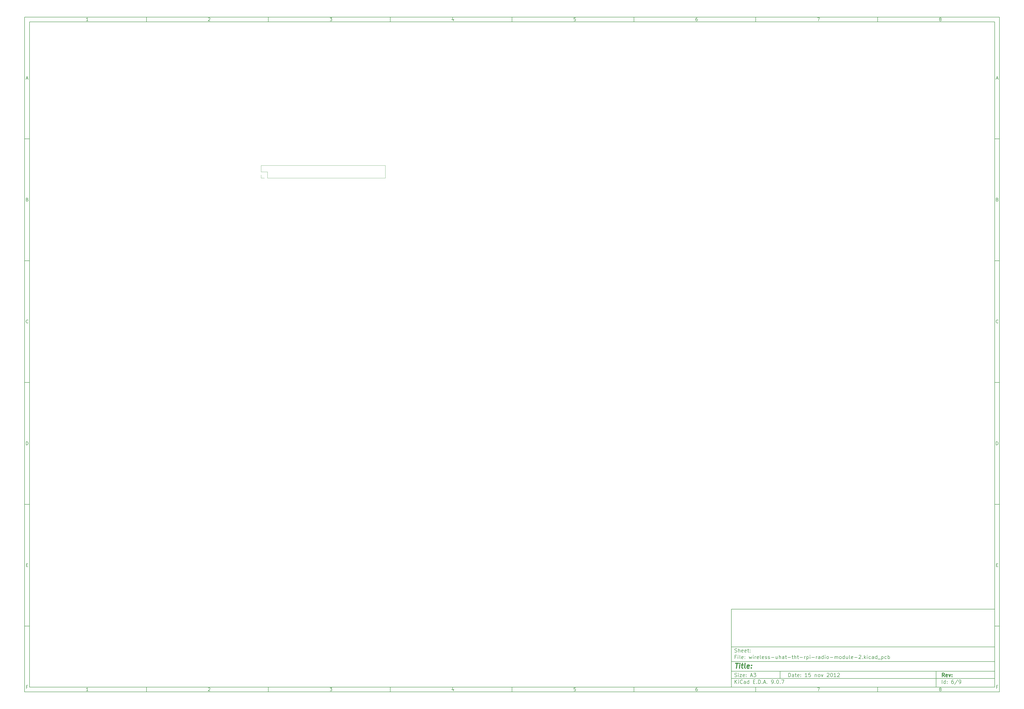
<source format=gbo>
G04 #@! TF.GenerationSoftware,KiCad,Pcbnew,9.0.7*
G04 #@! TF.CreationDate,2026-02-19T11:55:31-06:00*
G04 #@! TF.ProjectId,wireless-uhat-tht-rpi-radio-module-2,77697265-6c65-4737-932d-756861742d74,rev?*
G04 #@! TF.SameCoordinates,Original*
G04 #@! TF.FileFunction,Legend,Bot*
G04 #@! TF.FilePolarity,Positive*
%FSLAX46Y46*%
G04 Gerber Fmt 4.6, Leading zero omitted, Abs format (unit mm)*
G04 Created by KiCad (PCBNEW 9.0.7) date 2026-02-19 11:55:31*
%MOMM*%
%LPD*%
G01*
G04 APERTURE LIST*
%ADD10C,0.100000*%
%ADD11C,0.150000*%
%ADD12C,0.300000*%
%ADD13C,0.400000*%
%ADD14C,0.120000*%
G04 APERTURE END LIST*
D10*
D11*
X299989000Y-253002200D02*
X407989000Y-253002200D01*
X407989000Y-285002200D01*
X299989000Y-285002200D01*
X299989000Y-253002200D01*
D10*
D11*
X10000000Y-10000000D02*
X409989000Y-10000000D01*
X409989000Y-287002200D01*
X10000000Y-287002200D01*
X10000000Y-10000000D01*
D10*
D11*
X12000000Y-12000000D02*
X407989000Y-12000000D01*
X407989000Y-285002200D01*
X12000000Y-285002200D01*
X12000000Y-12000000D01*
D10*
D11*
X60000000Y-12000000D02*
X60000000Y-10000000D01*
D10*
D11*
X110000000Y-12000000D02*
X110000000Y-10000000D01*
D10*
D11*
X160000000Y-12000000D02*
X160000000Y-10000000D01*
D10*
D11*
X210000000Y-12000000D02*
X210000000Y-10000000D01*
D10*
D11*
X260000000Y-12000000D02*
X260000000Y-10000000D01*
D10*
D11*
X310000000Y-12000000D02*
X310000000Y-10000000D01*
D10*
D11*
X360000000Y-12000000D02*
X360000000Y-10000000D01*
D10*
D11*
X36089160Y-11593604D02*
X35346303Y-11593604D01*
X35717731Y-11593604D02*
X35717731Y-10293604D01*
X35717731Y-10293604D02*
X35593922Y-10479319D01*
X35593922Y-10479319D02*
X35470112Y-10603128D01*
X35470112Y-10603128D02*
X35346303Y-10665033D01*
D10*
D11*
X85346303Y-10417414D02*
X85408207Y-10355509D01*
X85408207Y-10355509D02*
X85532017Y-10293604D01*
X85532017Y-10293604D02*
X85841541Y-10293604D01*
X85841541Y-10293604D02*
X85965350Y-10355509D01*
X85965350Y-10355509D02*
X86027255Y-10417414D01*
X86027255Y-10417414D02*
X86089160Y-10541223D01*
X86089160Y-10541223D02*
X86089160Y-10665033D01*
X86089160Y-10665033D02*
X86027255Y-10850747D01*
X86027255Y-10850747D02*
X85284398Y-11593604D01*
X85284398Y-11593604D02*
X86089160Y-11593604D01*
D10*
D11*
X135284398Y-10293604D02*
X136089160Y-10293604D01*
X136089160Y-10293604D02*
X135655826Y-10788842D01*
X135655826Y-10788842D02*
X135841541Y-10788842D01*
X135841541Y-10788842D02*
X135965350Y-10850747D01*
X135965350Y-10850747D02*
X136027255Y-10912652D01*
X136027255Y-10912652D02*
X136089160Y-11036461D01*
X136089160Y-11036461D02*
X136089160Y-11345985D01*
X136089160Y-11345985D02*
X136027255Y-11469795D01*
X136027255Y-11469795D02*
X135965350Y-11531700D01*
X135965350Y-11531700D02*
X135841541Y-11593604D01*
X135841541Y-11593604D02*
X135470112Y-11593604D01*
X135470112Y-11593604D02*
X135346303Y-11531700D01*
X135346303Y-11531700D02*
X135284398Y-11469795D01*
D10*
D11*
X185965350Y-10726938D02*
X185965350Y-11593604D01*
X185655826Y-10231700D02*
X185346303Y-11160271D01*
X185346303Y-11160271D02*
X186151064Y-11160271D01*
D10*
D11*
X236027255Y-10293604D02*
X235408207Y-10293604D01*
X235408207Y-10293604D02*
X235346303Y-10912652D01*
X235346303Y-10912652D02*
X235408207Y-10850747D01*
X235408207Y-10850747D02*
X235532017Y-10788842D01*
X235532017Y-10788842D02*
X235841541Y-10788842D01*
X235841541Y-10788842D02*
X235965350Y-10850747D01*
X235965350Y-10850747D02*
X236027255Y-10912652D01*
X236027255Y-10912652D02*
X236089160Y-11036461D01*
X236089160Y-11036461D02*
X236089160Y-11345985D01*
X236089160Y-11345985D02*
X236027255Y-11469795D01*
X236027255Y-11469795D02*
X235965350Y-11531700D01*
X235965350Y-11531700D02*
X235841541Y-11593604D01*
X235841541Y-11593604D02*
X235532017Y-11593604D01*
X235532017Y-11593604D02*
X235408207Y-11531700D01*
X235408207Y-11531700D02*
X235346303Y-11469795D01*
D10*
D11*
X285965350Y-10293604D02*
X285717731Y-10293604D01*
X285717731Y-10293604D02*
X285593922Y-10355509D01*
X285593922Y-10355509D02*
X285532017Y-10417414D01*
X285532017Y-10417414D02*
X285408207Y-10603128D01*
X285408207Y-10603128D02*
X285346303Y-10850747D01*
X285346303Y-10850747D02*
X285346303Y-11345985D01*
X285346303Y-11345985D02*
X285408207Y-11469795D01*
X285408207Y-11469795D02*
X285470112Y-11531700D01*
X285470112Y-11531700D02*
X285593922Y-11593604D01*
X285593922Y-11593604D02*
X285841541Y-11593604D01*
X285841541Y-11593604D02*
X285965350Y-11531700D01*
X285965350Y-11531700D02*
X286027255Y-11469795D01*
X286027255Y-11469795D02*
X286089160Y-11345985D01*
X286089160Y-11345985D02*
X286089160Y-11036461D01*
X286089160Y-11036461D02*
X286027255Y-10912652D01*
X286027255Y-10912652D02*
X285965350Y-10850747D01*
X285965350Y-10850747D02*
X285841541Y-10788842D01*
X285841541Y-10788842D02*
X285593922Y-10788842D01*
X285593922Y-10788842D02*
X285470112Y-10850747D01*
X285470112Y-10850747D02*
X285408207Y-10912652D01*
X285408207Y-10912652D02*
X285346303Y-11036461D01*
D10*
D11*
X335284398Y-10293604D02*
X336151064Y-10293604D01*
X336151064Y-10293604D02*
X335593922Y-11593604D01*
D10*
D11*
X385593922Y-10850747D02*
X385470112Y-10788842D01*
X385470112Y-10788842D02*
X385408207Y-10726938D01*
X385408207Y-10726938D02*
X385346303Y-10603128D01*
X385346303Y-10603128D02*
X385346303Y-10541223D01*
X385346303Y-10541223D02*
X385408207Y-10417414D01*
X385408207Y-10417414D02*
X385470112Y-10355509D01*
X385470112Y-10355509D02*
X385593922Y-10293604D01*
X385593922Y-10293604D02*
X385841541Y-10293604D01*
X385841541Y-10293604D02*
X385965350Y-10355509D01*
X385965350Y-10355509D02*
X386027255Y-10417414D01*
X386027255Y-10417414D02*
X386089160Y-10541223D01*
X386089160Y-10541223D02*
X386089160Y-10603128D01*
X386089160Y-10603128D02*
X386027255Y-10726938D01*
X386027255Y-10726938D02*
X385965350Y-10788842D01*
X385965350Y-10788842D02*
X385841541Y-10850747D01*
X385841541Y-10850747D02*
X385593922Y-10850747D01*
X385593922Y-10850747D02*
X385470112Y-10912652D01*
X385470112Y-10912652D02*
X385408207Y-10974557D01*
X385408207Y-10974557D02*
X385346303Y-11098366D01*
X385346303Y-11098366D02*
X385346303Y-11345985D01*
X385346303Y-11345985D02*
X385408207Y-11469795D01*
X385408207Y-11469795D02*
X385470112Y-11531700D01*
X385470112Y-11531700D02*
X385593922Y-11593604D01*
X385593922Y-11593604D02*
X385841541Y-11593604D01*
X385841541Y-11593604D02*
X385965350Y-11531700D01*
X385965350Y-11531700D02*
X386027255Y-11469795D01*
X386027255Y-11469795D02*
X386089160Y-11345985D01*
X386089160Y-11345985D02*
X386089160Y-11098366D01*
X386089160Y-11098366D02*
X386027255Y-10974557D01*
X386027255Y-10974557D02*
X385965350Y-10912652D01*
X385965350Y-10912652D02*
X385841541Y-10850747D01*
D10*
D11*
X60000000Y-285002200D02*
X60000000Y-287002200D01*
D10*
D11*
X110000000Y-285002200D02*
X110000000Y-287002200D01*
D10*
D11*
X160000000Y-285002200D02*
X160000000Y-287002200D01*
D10*
D11*
X210000000Y-285002200D02*
X210000000Y-287002200D01*
D10*
D11*
X260000000Y-285002200D02*
X260000000Y-287002200D01*
D10*
D11*
X310000000Y-285002200D02*
X310000000Y-287002200D01*
D10*
D11*
X360000000Y-285002200D02*
X360000000Y-287002200D01*
D10*
D11*
X36089160Y-286595804D02*
X35346303Y-286595804D01*
X35717731Y-286595804D02*
X35717731Y-285295804D01*
X35717731Y-285295804D02*
X35593922Y-285481519D01*
X35593922Y-285481519D02*
X35470112Y-285605328D01*
X35470112Y-285605328D02*
X35346303Y-285667233D01*
D10*
D11*
X85346303Y-285419614D02*
X85408207Y-285357709D01*
X85408207Y-285357709D02*
X85532017Y-285295804D01*
X85532017Y-285295804D02*
X85841541Y-285295804D01*
X85841541Y-285295804D02*
X85965350Y-285357709D01*
X85965350Y-285357709D02*
X86027255Y-285419614D01*
X86027255Y-285419614D02*
X86089160Y-285543423D01*
X86089160Y-285543423D02*
X86089160Y-285667233D01*
X86089160Y-285667233D02*
X86027255Y-285852947D01*
X86027255Y-285852947D02*
X85284398Y-286595804D01*
X85284398Y-286595804D02*
X86089160Y-286595804D01*
D10*
D11*
X135284398Y-285295804D02*
X136089160Y-285295804D01*
X136089160Y-285295804D02*
X135655826Y-285791042D01*
X135655826Y-285791042D02*
X135841541Y-285791042D01*
X135841541Y-285791042D02*
X135965350Y-285852947D01*
X135965350Y-285852947D02*
X136027255Y-285914852D01*
X136027255Y-285914852D02*
X136089160Y-286038661D01*
X136089160Y-286038661D02*
X136089160Y-286348185D01*
X136089160Y-286348185D02*
X136027255Y-286471995D01*
X136027255Y-286471995D02*
X135965350Y-286533900D01*
X135965350Y-286533900D02*
X135841541Y-286595804D01*
X135841541Y-286595804D02*
X135470112Y-286595804D01*
X135470112Y-286595804D02*
X135346303Y-286533900D01*
X135346303Y-286533900D02*
X135284398Y-286471995D01*
D10*
D11*
X185965350Y-285729138D02*
X185965350Y-286595804D01*
X185655826Y-285233900D02*
X185346303Y-286162471D01*
X185346303Y-286162471D02*
X186151064Y-286162471D01*
D10*
D11*
X236027255Y-285295804D02*
X235408207Y-285295804D01*
X235408207Y-285295804D02*
X235346303Y-285914852D01*
X235346303Y-285914852D02*
X235408207Y-285852947D01*
X235408207Y-285852947D02*
X235532017Y-285791042D01*
X235532017Y-285791042D02*
X235841541Y-285791042D01*
X235841541Y-285791042D02*
X235965350Y-285852947D01*
X235965350Y-285852947D02*
X236027255Y-285914852D01*
X236027255Y-285914852D02*
X236089160Y-286038661D01*
X236089160Y-286038661D02*
X236089160Y-286348185D01*
X236089160Y-286348185D02*
X236027255Y-286471995D01*
X236027255Y-286471995D02*
X235965350Y-286533900D01*
X235965350Y-286533900D02*
X235841541Y-286595804D01*
X235841541Y-286595804D02*
X235532017Y-286595804D01*
X235532017Y-286595804D02*
X235408207Y-286533900D01*
X235408207Y-286533900D02*
X235346303Y-286471995D01*
D10*
D11*
X285965350Y-285295804D02*
X285717731Y-285295804D01*
X285717731Y-285295804D02*
X285593922Y-285357709D01*
X285593922Y-285357709D02*
X285532017Y-285419614D01*
X285532017Y-285419614D02*
X285408207Y-285605328D01*
X285408207Y-285605328D02*
X285346303Y-285852947D01*
X285346303Y-285852947D02*
X285346303Y-286348185D01*
X285346303Y-286348185D02*
X285408207Y-286471995D01*
X285408207Y-286471995D02*
X285470112Y-286533900D01*
X285470112Y-286533900D02*
X285593922Y-286595804D01*
X285593922Y-286595804D02*
X285841541Y-286595804D01*
X285841541Y-286595804D02*
X285965350Y-286533900D01*
X285965350Y-286533900D02*
X286027255Y-286471995D01*
X286027255Y-286471995D02*
X286089160Y-286348185D01*
X286089160Y-286348185D02*
X286089160Y-286038661D01*
X286089160Y-286038661D02*
X286027255Y-285914852D01*
X286027255Y-285914852D02*
X285965350Y-285852947D01*
X285965350Y-285852947D02*
X285841541Y-285791042D01*
X285841541Y-285791042D02*
X285593922Y-285791042D01*
X285593922Y-285791042D02*
X285470112Y-285852947D01*
X285470112Y-285852947D02*
X285408207Y-285914852D01*
X285408207Y-285914852D02*
X285346303Y-286038661D01*
D10*
D11*
X335284398Y-285295804D02*
X336151064Y-285295804D01*
X336151064Y-285295804D02*
X335593922Y-286595804D01*
D10*
D11*
X385593922Y-285852947D02*
X385470112Y-285791042D01*
X385470112Y-285791042D02*
X385408207Y-285729138D01*
X385408207Y-285729138D02*
X385346303Y-285605328D01*
X385346303Y-285605328D02*
X385346303Y-285543423D01*
X385346303Y-285543423D02*
X385408207Y-285419614D01*
X385408207Y-285419614D02*
X385470112Y-285357709D01*
X385470112Y-285357709D02*
X385593922Y-285295804D01*
X385593922Y-285295804D02*
X385841541Y-285295804D01*
X385841541Y-285295804D02*
X385965350Y-285357709D01*
X385965350Y-285357709D02*
X386027255Y-285419614D01*
X386027255Y-285419614D02*
X386089160Y-285543423D01*
X386089160Y-285543423D02*
X386089160Y-285605328D01*
X386089160Y-285605328D02*
X386027255Y-285729138D01*
X386027255Y-285729138D02*
X385965350Y-285791042D01*
X385965350Y-285791042D02*
X385841541Y-285852947D01*
X385841541Y-285852947D02*
X385593922Y-285852947D01*
X385593922Y-285852947D02*
X385470112Y-285914852D01*
X385470112Y-285914852D02*
X385408207Y-285976757D01*
X385408207Y-285976757D02*
X385346303Y-286100566D01*
X385346303Y-286100566D02*
X385346303Y-286348185D01*
X385346303Y-286348185D02*
X385408207Y-286471995D01*
X385408207Y-286471995D02*
X385470112Y-286533900D01*
X385470112Y-286533900D02*
X385593922Y-286595804D01*
X385593922Y-286595804D02*
X385841541Y-286595804D01*
X385841541Y-286595804D02*
X385965350Y-286533900D01*
X385965350Y-286533900D02*
X386027255Y-286471995D01*
X386027255Y-286471995D02*
X386089160Y-286348185D01*
X386089160Y-286348185D02*
X386089160Y-286100566D01*
X386089160Y-286100566D02*
X386027255Y-285976757D01*
X386027255Y-285976757D02*
X385965350Y-285914852D01*
X385965350Y-285914852D02*
X385841541Y-285852947D01*
D10*
D11*
X10000000Y-60000000D02*
X12000000Y-60000000D01*
D10*
D11*
X10000000Y-110000000D02*
X12000000Y-110000000D01*
D10*
D11*
X10000000Y-160000000D02*
X12000000Y-160000000D01*
D10*
D11*
X10000000Y-210000000D02*
X12000000Y-210000000D01*
D10*
D11*
X10000000Y-260000000D02*
X12000000Y-260000000D01*
D10*
D11*
X10690476Y-35222176D02*
X11309523Y-35222176D01*
X10566666Y-35593604D02*
X10999999Y-34293604D01*
X10999999Y-34293604D02*
X11433333Y-35593604D01*
D10*
D11*
X11092857Y-84912652D02*
X11278571Y-84974557D01*
X11278571Y-84974557D02*
X11340476Y-85036461D01*
X11340476Y-85036461D02*
X11402380Y-85160271D01*
X11402380Y-85160271D02*
X11402380Y-85345985D01*
X11402380Y-85345985D02*
X11340476Y-85469795D01*
X11340476Y-85469795D02*
X11278571Y-85531700D01*
X11278571Y-85531700D02*
X11154761Y-85593604D01*
X11154761Y-85593604D02*
X10659523Y-85593604D01*
X10659523Y-85593604D02*
X10659523Y-84293604D01*
X10659523Y-84293604D02*
X11092857Y-84293604D01*
X11092857Y-84293604D02*
X11216666Y-84355509D01*
X11216666Y-84355509D02*
X11278571Y-84417414D01*
X11278571Y-84417414D02*
X11340476Y-84541223D01*
X11340476Y-84541223D02*
X11340476Y-84665033D01*
X11340476Y-84665033D02*
X11278571Y-84788842D01*
X11278571Y-84788842D02*
X11216666Y-84850747D01*
X11216666Y-84850747D02*
X11092857Y-84912652D01*
X11092857Y-84912652D02*
X10659523Y-84912652D01*
D10*
D11*
X11402380Y-135469795D02*
X11340476Y-135531700D01*
X11340476Y-135531700D02*
X11154761Y-135593604D01*
X11154761Y-135593604D02*
X11030952Y-135593604D01*
X11030952Y-135593604D02*
X10845238Y-135531700D01*
X10845238Y-135531700D02*
X10721428Y-135407890D01*
X10721428Y-135407890D02*
X10659523Y-135284080D01*
X10659523Y-135284080D02*
X10597619Y-135036461D01*
X10597619Y-135036461D02*
X10597619Y-134850747D01*
X10597619Y-134850747D02*
X10659523Y-134603128D01*
X10659523Y-134603128D02*
X10721428Y-134479319D01*
X10721428Y-134479319D02*
X10845238Y-134355509D01*
X10845238Y-134355509D02*
X11030952Y-134293604D01*
X11030952Y-134293604D02*
X11154761Y-134293604D01*
X11154761Y-134293604D02*
X11340476Y-134355509D01*
X11340476Y-134355509D02*
X11402380Y-134417414D01*
D10*
D11*
X10659523Y-185593604D02*
X10659523Y-184293604D01*
X10659523Y-184293604D02*
X10969047Y-184293604D01*
X10969047Y-184293604D02*
X11154761Y-184355509D01*
X11154761Y-184355509D02*
X11278571Y-184479319D01*
X11278571Y-184479319D02*
X11340476Y-184603128D01*
X11340476Y-184603128D02*
X11402380Y-184850747D01*
X11402380Y-184850747D02*
X11402380Y-185036461D01*
X11402380Y-185036461D02*
X11340476Y-185284080D01*
X11340476Y-185284080D02*
X11278571Y-185407890D01*
X11278571Y-185407890D02*
X11154761Y-185531700D01*
X11154761Y-185531700D02*
X10969047Y-185593604D01*
X10969047Y-185593604D02*
X10659523Y-185593604D01*
D10*
D11*
X10721428Y-234912652D02*
X11154762Y-234912652D01*
X11340476Y-235593604D02*
X10721428Y-235593604D01*
X10721428Y-235593604D02*
X10721428Y-234293604D01*
X10721428Y-234293604D02*
X11340476Y-234293604D01*
D10*
D11*
X11185714Y-284912652D02*
X10752380Y-284912652D01*
X10752380Y-285593604D02*
X10752380Y-284293604D01*
X10752380Y-284293604D02*
X11371428Y-284293604D01*
D10*
D11*
X409989000Y-60000000D02*
X407989000Y-60000000D01*
D10*
D11*
X409989000Y-110000000D02*
X407989000Y-110000000D01*
D10*
D11*
X409989000Y-160000000D02*
X407989000Y-160000000D01*
D10*
D11*
X409989000Y-210000000D02*
X407989000Y-210000000D01*
D10*
D11*
X409989000Y-260000000D02*
X407989000Y-260000000D01*
D10*
D11*
X408679476Y-35222176D02*
X409298523Y-35222176D01*
X408555666Y-35593604D02*
X408988999Y-34293604D01*
X408988999Y-34293604D02*
X409422333Y-35593604D01*
D10*
D11*
X409081857Y-84912652D02*
X409267571Y-84974557D01*
X409267571Y-84974557D02*
X409329476Y-85036461D01*
X409329476Y-85036461D02*
X409391380Y-85160271D01*
X409391380Y-85160271D02*
X409391380Y-85345985D01*
X409391380Y-85345985D02*
X409329476Y-85469795D01*
X409329476Y-85469795D02*
X409267571Y-85531700D01*
X409267571Y-85531700D02*
X409143761Y-85593604D01*
X409143761Y-85593604D02*
X408648523Y-85593604D01*
X408648523Y-85593604D02*
X408648523Y-84293604D01*
X408648523Y-84293604D02*
X409081857Y-84293604D01*
X409081857Y-84293604D02*
X409205666Y-84355509D01*
X409205666Y-84355509D02*
X409267571Y-84417414D01*
X409267571Y-84417414D02*
X409329476Y-84541223D01*
X409329476Y-84541223D02*
X409329476Y-84665033D01*
X409329476Y-84665033D02*
X409267571Y-84788842D01*
X409267571Y-84788842D02*
X409205666Y-84850747D01*
X409205666Y-84850747D02*
X409081857Y-84912652D01*
X409081857Y-84912652D02*
X408648523Y-84912652D01*
D10*
D11*
X409391380Y-135469795D02*
X409329476Y-135531700D01*
X409329476Y-135531700D02*
X409143761Y-135593604D01*
X409143761Y-135593604D02*
X409019952Y-135593604D01*
X409019952Y-135593604D02*
X408834238Y-135531700D01*
X408834238Y-135531700D02*
X408710428Y-135407890D01*
X408710428Y-135407890D02*
X408648523Y-135284080D01*
X408648523Y-135284080D02*
X408586619Y-135036461D01*
X408586619Y-135036461D02*
X408586619Y-134850747D01*
X408586619Y-134850747D02*
X408648523Y-134603128D01*
X408648523Y-134603128D02*
X408710428Y-134479319D01*
X408710428Y-134479319D02*
X408834238Y-134355509D01*
X408834238Y-134355509D02*
X409019952Y-134293604D01*
X409019952Y-134293604D02*
X409143761Y-134293604D01*
X409143761Y-134293604D02*
X409329476Y-134355509D01*
X409329476Y-134355509D02*
X409391380Y-134417414D01*
D10*
D11*
X408648523Y-185593604D02*
X408648523Y-184293604D01*
X408648523Y-184293604D02*
X408958047Y-184293604D01*
X408958047Y-184293604D02*
X409143761Y-184355509D01*
X409143761Y-184355509D02*
X409267571Y-184479319D01*
X409267571Y-184479319D02*
X409329476Y-184603128D01*
X409329476Y-184603128D02*
X409391380Y-184850747D01*
X409391380Y-184850747D02*
X409391380Y-185036461D01*
X409391380Y-185036461D02*
X409329476Y-185284080D01*
X409329476Y-185284080D02*
X409267571Y-185407890D01*
X409267571Y-185407890D02*
X409143761Y-185531700D01*
X409143761Y-185531700D02*
X408958047Y-185593604D01*
X408958047Y-185593604D02*
X408648523Y-185593604D01*
D10*
D11*
X408710428Y-234912652D02*
X409143762Y-234912652D01*
X409329476Y-235593604D02*
X408710428Y-235593604D01*
X408710428Y-235593604D02*
X408710428Y-234293604D01*
X408710428Y-234293604D02*
X409329476Y-234293604D01*
D10*
D11*
X409174714Y-284912652D02*
X408741380Y-284912652D01*
X408741380Y-285593604D02*
X408741380Y-284293604D01*
X408741380Y-284293604D02*
X409360428Y-284293604D01*
D10*
D11*
X323444826Y-280788328D02*
X323444826Y-279288328D01*
X323444826Y-279288328D02*
X323801969Y-279288328D01*
X323801969Y-279288328D02*
X324016255Y-279359757D01*
X324016255Y-279359757D02*
X324159112Y-279502614D01*
X324159112Y-279502614D02*
X324230541Y-279645471D01*
X324230541Y-279645471D02*
X324301969Y-279931185D01*
X324301969Y-279931185D02*
X324301969Y-280145471D01*
X324301969Y-280145471D02*
X324230541Y-280431185D01*
X324230541Y-280431185D02*
X324159112Y-280574042D01*
X324159112Y-280574042D02*
X324016255Y-280716900D01*
X324016255Y-280716900D02*
X323801969Y-280788328D01*
X323801969Y-280788328D02*
X323444826Y-280788328D01*
X325587684Y-280788328D02*
X325587684Y-280002614D01*
X325587684Y-280002614D02*
X325516255Y-279859757D01*
X325516255Y-279859757D02*
X325373398Y-279788328D01*
X325373398Y-279788328D02*
X325087684Y-279788328D01*
X325087684Y-279788328D02*
X324944826Y-279859757D01*
X325587684Y-280716900D02*
X325444826Y-280788328D01*
X325444826Y-280788328D02*
X325087684Y-280788328D01*
X325087684Y-280788328D02*
X324944826Y-280716900D01*
X324944826Y-280716900D02*
X324873398Y-280574042D01*
X324873398Y-280574042D02*
X324873398Y-280431185D01*
X324873398Y-280431185D02*
X324944826Y-280288328D01*
X324944826Y-280288328D02*
X325087684Y-280216900D01*
X325087684Y-280216900D02*
X325444826Y-280216900D01*
X325444826Y-280216900D02*
X325587684Y-280145471D01*
X326087684Y-279788328D02*
X326659112Y-279788328D01*
X326301969Y-279288328D02*
X326301969Y-280574042D01*
X326301969Y-280574042D02*
X326373398Y-280716900D01*
X326373398Y-280716900D02*
X326516255Y-280788328D01*
X326516255Y-280788328D02*
X326659112Y-280788328D01*
X327730541Y-280716900D02*
X327587684Y-280788328D01*
X327587684Y-280788328D02*
X327301970Y-280788328D01*
X327301970Y-280788328D02*
X327159112Y-280716900D01*
X327159112Y-280716900D02*
X327087684Y-280574042D01*
X327087684Y-280574042D02*
X327087684Y-280002614D01*
X327087684Y-280002614D02*
X327159112Y-279859757D01*
X327159112Y-279859757D02*
X327301970Y-279788328D01*
X327301970Y-279788328D02*
X327587684Y-279788328D01*
X327587684Y-279788328D02*
X327730541Y-279859757D01*
X327730541Y-279859757D02*
X327801970Y-280002614D01*
X327801970Y-280002614D02*
X327801970Y-280145471D01*
X327801970Y-280145471D02*
X327087684Y-280288328D01*
X328444826Y-280645471D02*
X328516255Y-280716900D01*
X328516255Y-280716900D02*
X328444826Y-280788328D01*
X328444826Y-280788328D02*
X328373398Y-280716900D01*
X328373398Y-280716900D02*
X328444826Y-280645471D01*
X328444826Y-280645471D02*
X328444826Y-280788328D01*
X328444826Y-279859757D02*
X328516255Y-279931185D01*
X328516255Y-279931185D02*
X328444826Y-280002614D01*
X328444826Y-280002614D02*
X328373398Y-279931185D01*
X328373398Y-279931185D02*
X328444826Y-279859757D01*
X328444826Y-279859757D02*
X328444826Y-280002614D01*
X331087684Y-280788328D02*
X330230541Y-280788328D01*
X330659112Y-280788328D02*
X330659112Y-279288328D01*
X330659112Y-279288328D02*
X330516255Y-279502614D01*
X330516255Y-279502614D02*
X330373398Y-279645471D01*
X330373398Y-279645471D02*
X330230541Y-279716900D01*
X332444826Y-279288328D02*
X331730540Y-279288328D01*
X331730540Y-279288328D02*
X331659112Y-280002614D01*
X331659112Y-280002614D02*
X331730540Y-279931185D01*
X331730540Y-279931185D02*
X331873398Y-279859757D01*
X331873398Y-279859757D02*
X332230540Y-279859757D01*
X332230540Y-279859757D02*
X332373398Y-279931185D01*
X332373398Y-279931185D02*
X332444826Y-280002614D01*
X332444826Y-280002614D02*
X332516255Y-280145471D01*
X332516255Y-280145471D02*
X332516255Y-280502614D01*
X332516255Y-280502614D02*
X332444826Y-280645471D01*
X332444826Y-280645471D02*
X332373398Y-280716900D01*
X332373398Y-280716900D02*
X332230540Y-280788328D01*
X332230540Y-280788328D02*
X331873398Y-280788328D01*
X331873398Y-280788328D02*
X331730540Y-280716900D01*
X331730540Y-280716900D02*
X331659112Y-280645471D01*
X334301968Y-279788328D02*
X334301968Y-280788328D01*
X334301968Y-279931185D02*
X334373397Y-279859757D01*
X334373397Y-279859757D02*
X334516254Y-279788328D01*
X334516254Y-279788328D02*
X334730540Y-279788328D01*
X334730540Y-279788328D02*
X334873397Y-279859757D01*
X334873397Y-279859757D02*
X334944826Y-280002614D01*
X334944826Y-280002614D02*
X334944826Y-280788328D01*
X335873397Y-280788328D02*
X335730540Y-280716900D01*
X335730540Y-280716900D02*
X335659111Y-280645471D01*
X335659111Y-280645471D02*
X335587683Y-280502614D01*
X335587683Y-280502614D02*
X335587683Y-280074042D01*
X335587683Y-280074042D02*
X335659111Y-279931185D01*
X335659111Y-279931185D02*
X335730540Y-279859757D01*
X335730540Y-279859757D02*
X335873397Y-279788328D01*
X335873397Y-279788328D02*
X336087683Y-279788328D01*
X336087683Y-279788328D02*
X336230540Y-279859757D01*
X336230540Y-279859757D02*
X336301969Y-279931185D01*
X336301969Y-279931185D02*
X336373397Y-280074042D01*
X336373397Y-280074042D02*
X336373397Y-280502614D01*
X336373397Y-280502614D02*
X336301969Y-280645471D01*
X336301969Y-280645471D02*
X336230540Y-280716900D01*
X336230540Y-280716900D02*
X336087683Y-280788328D01*
X336087683Y-280788328D02*
X335873397Y-280788328D01*
X336873397Y-279788328D02*
X337230540Y-280788328D01*
X337230540Y-280788328D02*
X337587683Y-279788328D01*
X339230540Y-279431185D02*
X339301968Y-279359757D01*
X339301968Y-279359757D02*
X339444826Y-279288328D01*
X339444826Y-279288328D02*
X339801968Y-279288328D01*
X339801968Y-279288328D02*
X339944826Y-279359757D01*
X339944826Y-279359757D02*
X340016254Y-279431185D01*
X340016254Y-279431185D02*
X340087683Y-279574042D01*
X340087683Y-279574042D02*
X340087683Y-279716900D01*
X340087683Y-279716900D02*
X340016254Y-279931185D01*
X340016254Y-279931185D02*
X339159111Y-280788328D01*
X339159111Y-280788328D02*
X340087683Y-280788328D01*
X341016254Y-279288328D02*
X341159111Y-279288328D01*
X341159111Y-279288328D02*
X341301968Y-279359757D01*
X341301968Y-279359757D02*
X341373397Y-279431185D01*
X341373397Y-279431185D02*
X341444825Y-279574042D01*
X341444825Y-279574042D02*
X341516254Y-279859757D01*
X341516254Y-279859757D02*
X341516254Y-280216900D01*
X341516254Y-280216900D02*
X341444825Y-280502614D01*
X341444825Y-280502614D02*
X341373397Y-280645471D01*
X341373397Y-280645471D02*
X341301968Y-280716900D01*
X341301968Y-280716900D02*
X341159111Y-280788328D01*
X341159111Y-280788328D02*
X341016254Y-280788328D01*
X341016254Y-280788328D02*
X340873397Y-280716900D01*
X340873397Y-280716900D02*
X340801968Y-280645471D01*
X340801968Y-280645471D02*
X340730539Y-280502614D01*
X340730539Y-280502614D02*
X340659111Y-280216900D01*
X340659111Y-280216900D02*
X340659111Y-279859757D01*
X340659111Y-279859757D02*
X340730539Y-279574042D01*
X340730539Y-279574042D02*
X340801968Y-279431185D01*
X340801968Y-279431185D02*
X340873397Y-279359757D01*
X340873397Y-279359757D02*
X341016254Y-279288328D01*
X342944825Y-280788328D02*
X342087682Y-280788328D01*
X342516253Y-280788328D02*
X342516253Y-279288328D01*
X342516253Y-279288328D02*
X342373396Y-279502614D01*
X342373396Y-279502614D02*
X342230539Y-279645471D01*
X342230539Y-279645471D02*
X342087682Y-279716900D01*
X343516253Y-279431185D02*
X343587681Y-279359757D01*
X343587681Y-279359757D02*
X343730539Y-279288328D01*
X343730539Y-279288328D02*
X344087681Y-279288328D01*
X344087681Y-279288328D02*
X344230539Y-279359757D01*
X344230539Y-279359757D02*
X344301967Y-279431185D01*
X344301967Y-279431185D02*
X344373396Y-279574042D01*
X344373396Y-279574042D02*
X344373396Y-279716900D01*
X344373396Y-279716900D02*
X344301967Y-279931185D01*
X344301967Y-279931185D02*
X343444824Y-280788328D01*
X343444824Y-280788328D02*
X344373396Y-280788328D01*
D10*
D11*
X299989000Y-281502200D02*
X407989000Y-281502200D01*
D10*
D11*
X301444826Y-283588328D02*
X301444826Y-282088328D01*
X302301969Y-283588328D02*
X301659112Y-282731185D01*
X302301969Y-282088328D02*
X301444826Y-282945471D01*
X302944826Y-283588328D02*
X302944826Y-282588328D01*
X302944826Y-282088328D02*
X302873398Y-282159757D01*
X302873398Y-282159757D02*
X302944826Y-282231185D01*
X302944826Y-282231185D02*
X303016255Y-282159757D01*
X303016255Y-282159757D02*
X302944826Y-282088328D01*
X302944826Y-282088328D02*
X302944826Y-282231185D01*
X304516255Y-283445471D02*
X304444827Y-283516900D01*
X304444827Y-283516900D02*
X304230541Y-283588328D01*
X304230541Y-283588328D02*
X304087684Y-283588328D01*
X304087684Y-283588328D02*
X303873398Y-283516900D01*
X303873398Y-283516900D02*
X303730541Y-283374042D01*
X303730541Y-283374042D02*
X303659112Y-283231185D01*
X303659112Y-283231185D02*
X303587684Y-282945471D01*
X303587684Y-282945471D02*
X303587684Y-282731185D01*
X303587684Y-282731185D02*
X303659112Y-282445471D01*
X303659112Y-282445471D02*
X303730541Y-282302614D01*
X303730541Y-282302614D02*
X303873398Y-282159757D01*
X303873398Y-282159757D02*
X304087684Y-282088328D01*
X304087684Y-282088328D02*
X304230541Y-282088328D01*
X304230541Y-282088328D02*
X304444827Y-282159757D01*
X304444827Y-282159757D02*
X304516255Y-282231185D01*
X305801970Y-283588328D02*
X305801970Y-282802614D01*
X305801970Y-282802614D02*
X305730541Y-282659757D01*
X305730541Y-282659757D02*
X305587684Y-282588328D01*
X305587684Y-282588328D02*
X305301970Y-282588328D01*
X305301970Y-282588328D02*
X305159112Y-282659757D01*
X305801970Y-283516900D02*
X305659112Y-283588328D01*
X305659112Y-283588328D02*
X305301970Y-283588328D01*
X305301970Y-283588328D02*
X305159112Y-283516900D01*
X305159112Y-283516900D02*
X305087684Y-283374042D01*
X305087684Y-283374042D02*
X305087684Y-283231185D01*
X305087684Y-283231185D02*
X305159112Y-283088328D01*
X305159112Y-283088328D02*
X305301970Y-283016900D01*
X305301970Y-283016900D02*
X305659112Y-283016900D01*
X305659112Y-283016900D02*
X305801970Y-282945471D01*
X307159113Y-283588328D02*
X307159113Y-282088328D01*
X307159113Y-283516900D02*
X307016255Y-283588328D01*
X307016255Y-283588328D02*
X306730541Y-283588328D01*
X306730541Y-283588328D02*
X306587684Y-283516900D01*
X306587684Y-283516900D02*
X306516255Y-283445471D01*
X306516255Y-283445471D02*
X306444827Y-283302614D01*
X306444827Y-283302614D02*
X306444827Y-282874042D01*
X306444827Y-282874042D02*
X306516255Y-282731185D01*
X306516255Y-282731185D02*
X306587684Y-282659757D01*
X306587684Y-282659757D02*
X306730541Y-282588328D01*
X306730541Y-282588328D02*
X307016255Y-282588328D01*
X307016255Y-282588328D02*
X307159113Y-282659757D01*
X309016255Y-282802614D02*
X309516255Y-282802614D01*
X309730541Y-283588328D02*
X309016255Y-283588328D01*
X309016255Y-283588328D02*
X309016255Y-282088328D01*
X309016255Y-282088328D02*
X309730541Y-282088328D01*
X310373398Y-283445471D02*
X310444827Y-283516900D01*
X310444827Y-283516900D02*
X310373398Y-283588328D01*
X310373398Y-283588328D02*
X310301970Y-283516900D01*
X310301970Y-283516900D02*
X310373398Y-283445471D01*
X310373398Y-283445471D02*
X310373398Y-283588328D01*
X311087684Y-283588328D02*
X311087684Y-282088328D01*
X311087684Y-282088328D02*
X311444827Y-282088328D01*
X311444827Y-282088328D02*
X311659113Y-282159757D01*
X311659113Y-282159757D02*
X311801970Y-282302614D01*
X311801970Y-282302614D02*
X311873399Y-282445471D01*
X311873399Y-282445471D02*
X311944827Y-282731185D01*
X311944827Y-282731185D02*
X311944827Y-282945471D01*
X311944827Y-282945471D02*
X311873399Y-283231185D01*
X311873399Y-283231185D02*
X311801970Y-283374042D01*
X311801970Y-283374042D02*
X311659113Y-283516900D01*
X311659113Y-283516900D02*
X311444827Y-283588328D01*
X311444827Y-283588328D02*
X311087684Y-283588328D01*
X312587684Y-283445471D02*
X312659113Y-283516900D01*
X312659113Y-283516900D02*
X312587684Y-283588328D01*
X312587684Y-283588328D02*
X312516256Y-283516900D01*
X312516256Y-283516900D02*
X312587684Y-283445471D01*
X312587684Y-283445471D02*
X312587684Y-283588328D01*
X313230542Y-283159757D02*
X313944828Y-283159757D01*
X313087685Y-283588328D02*
X313587685Y-282088328D01*
X313587685Y-282088328D02*
X314087685Y-283588328D01*
X314587684Y-283445471D02*
X314659113Y-283516900D01*
X314659113Y-283516900D02*
X314587684Y-283588328D01*
X314587684Y-283588328D02*
X314516256Y-283516900D01*
X314516256Y-283516900D02*
X314587684Y-283445471D01*
X314587684Y-283445471D02*
X314587684Y-283588328D01*
X316516256Y-283588328D02*
X316801970Y-283588328D01*
X316801970Y-283588328D02*
X316944827Y-283516900D01*
X316944827Y-283516900D02*
X317016256Y-283445471D01*
X317016256Y-283445471D02*
X317159113Y-283231185D01*
X317159113Y-283231185D02*
X317230542Y-282945471D01*
X317230542Y-282945471D02*
X317230542Y-282374042D01*
X317230542Y-282374042D02*
X317159113Y-282231185D01*
X317159113Y-282231185D02*
X317087685Y-282159757D01*
X317087685Y-282159757D02*
X316944827Y-282088328D01*
X316944827Y-282088328D02*
X316659113Y-282088328D01*
X316659113Y-282088328D02*
X316516256Y-282159757D01*
X316516256Y-282159757D02*
X316444827Y-282231185D01*
X316444827Y-282231185D02*
X316373399Y-282374042D01*
X316373399Y-282374042D02*
X316373399Y-282731185D01*
X316373399Y-282731185D02*
X316444827Y-282874042D01*
X316444827Y-282874042D02*
X316516256Y-282945471D01*
X316516256Y-282945471D02*
X316659113Y-283016900D01*
X316659113Y-283016900D02*
X316944827Y-283016900D01*
X316944827Y-283016900D02*
X317087685Y-282945471D01*
X317087685Y-282945471D02*
X317159113Y-282874042D01*
X317159113Y-282874042D02*
X317230542Y-282731185D01*
X317873398Y-283445471D02*
X317944827Y-283516900D01*
X317944827Y-283516900D02*
X317873398Y-283588328D01*
X317873398Y-283588328D02*
X317801970Y-283516900D01*
X317801970Y-283516900D02*
X317873398Y-283445471D01*
X317873398Y-283445471D02*
X317873398Y-283588328D01*
X318873399Y-282088328D02*
X319016256Y-282088328D01*
X319016256Y-282088328D02*
X319159113Y-282159757D01*
X319159113Y-282159757D02*
X319230542Y-282231185D01*
X319230542Y-282231185D02*
X319301970Y-282374042D01*
X319301970Y-282374042D02*
X319373399Y-282659757D01*
X319373399Y-282659757D02*
X319373399Y-283016900D01*
X319373399Y-283016900D02*
X319301970Y-283302614D01*
X319301970Y-283302614D02*
X319230542Y-283445471D01*
X319230542Y-283445471D02*
X319159113Y-283516900D01*
X319159113Y-283516900D02*
X319016256Y-283588328D01*
X319016256Y-283588328D02*
X318873399Y-283588328D01*
X318873399Y-283588328D02*
X318730542Y-283516900D01*
X318730542Y-283516900D02*
X318659113Y-283445471D01*
X318659113Y-283445471D02*
X318587684Y-283302614D01*
X318587684Y-283302614D02*
X318516256Y-283016900D01*
X318516256Y-283016900D02*
X318516256Y-282659757D01*
X318516256Y-282659757D02*
X318587684Y-282374042D01*
X318587684Y-282374042D02*
X318659113Y-282231185D01*
X318659113Y-282231185D02*
X318730542Y-282159757D01*
X318730542Y-282159757D02*
X318873399Y-282088328D01*
X320016255Y-283445471D02*
X320087684Y-283516900D01*
X320087684Y-283516900D02*
X320016255Y-283588328D01*
X320016255Y-283588328D02*
X319944827Y-283516900D01*
X319944827Y-283516900D02*
X320016255Y-283445471D01*
X320016255Y-283445471D02*
X320016255Y-283588328D01*
X320587684Y-282088328D02*
X321587684Y-282088328D01*
X321587684Y-282088328D02*
X320944827Y-283588328D01*
D10*
D11*
X299989000Y-278502200D02*
X407989000Y-278502200D01*
D10*
D12*
X387400653Y-280780528D02*
X386900653Y-280066242D01*
X386543510Y-280780528D02*
X386543510Y-279280528D01*
X386543510Y-279280528D02*
X387114939Y-279280528D01*
X387114939Y-279280528D02*
X387257796Y-279351957D01*
X387257796Y-279351957D02*
X387329225Y-279423385D01*
X387329225Y-279423385D02*
X387400653Y-279566242D01*
X387400653Y-279566242D02*
X387400653Y-279780528D01*
X387400653Y-279780528D02*
X387329225Y-279923385D01*
X387329225Y-279923385D02*
X387257796Y-279994814D01*
X387257796Y-279994814D02*
X387114939Y-280066242D01*
X387114939Y-280066242D02*
X386543510Y-280066242D01*
X388614939Y-280709100D02*
X388472082Y-280780528D01*
X388472082Y-280780528D02*
X388186368Y-280780528D01*
X388186368Y-280780528D02*
X388043510Y-280709100D01*
X388043510Y-280709100D02*
X387972082Y-280566242D01*
X387972082Y-280566242D02*
X387972082Y-279994814D01*
X387972082Y-279994814D02*
X388043510Y-279851957D01*
X388043510Y-279851957D02*
X388186368Y-279780528D01*
X388186368Y-279780528D02*
X388472082Y-279780528D01*
X388472082Y-279780528D02*
X388614939Y-279851957D01*
X388614939Y-279851957D02*
X388686368Y-279994814D01*
X388686368Y-279994814D02*
X388686368Y-280137671D01*
X388686368Y-280137671D02*
X387972082Y-280280528D01*
X389186367Y-279780528D02*
X389543510Y-280780528D01*
X389543510Y-280780528D02*
X389900653Y-279780528D01*
X390472081Y-280637671D02*
X390543510Y-280709100D01*
X390543510Y-280709100D02*
X390472081Y-280780528D01*
X390472081Y-280780528D02*
X390400653Y-280709100D01*
X390400653Y-280709100D02*
X390472081Y-280637671D01*
X390472081Y-280637671D02*
X390472081Y-280780528D01*
X390472081Y-279851957D02*
X390543510Y-279923385D01*
X390543510Y-279923385D02*
X390472081Y-279994814D01*
X390472081Y-279994814D02*
X390400653Y-279923385D01*
X390400653Y-279923385D02*
X390472081Y-279851957D01*
X390472081Y-279851957D02*
X390472081Y-279994814D01*
D10*
D11*
X301373398Y-280716900D02*
X301587684Y-280788328D01*
X301587684Y-280788328D02*
X301944826Y-280788328D01*
X301944826Y-280788328D02*
X302087684Y-280716900D01*
X302087684Y-280716900D02*
X302159112Y-280645471D01*
X302159112Y-280645471D02*
X302230541Y-280502614D01*
X302230541Y-280502614D02*
X302230541Y-280359757D01*
X302230541Y-280359757D02*
X302159112Y-280216900D01*
X302159112Y-280216900D02*
X302087684Y-280145471D01*
X302087684Y-280145471D02*
X301944826Y-280074042D01*
X301944826Y-280074042D02*
X301659112Y-280002614D01*
X301659112Y-280002614D02*
X301516255Y-279931185D01*
X301516255Y-279931185D02*
X301444826Y-279859757D01*
X301444826Y-279859757D02*
X301373398Y-279716900D01*
X301373398Y-279716900D02*
X301373398Y-279574042D01*
X301373398Y-279574042D02*
X301444826Y-279431185D01*
X301444826Y-279431185D02*
X301516255Y-279359757D01*
X301516255Y-279359757D02*
X301659112Y-279288328D01*
X301659112Y-279288328D02*
X302016255Y-279288328D01*
X302016255Y-279288328D02*
X302230541Y-279359757D01*
X302873397Y-280788328D02*
X302873397Y-279788328D01*
X302873397Y-279288328D02*
X302801969Y-279359757D01*
X302801969Y-279359757D02*
X302873397Y-279431185D01*
X302873397Y-279431185D02*
X302944826Y-279359757D01*
X302944826Y-279359757D02*
X302873397Y-279288328D01*
X302873397Y-279288328D02*
X302873397Y-279431185D01*
X303444826Y-279788328D02*
X304230541Y-279788328D01*
X304230541Y-279788328D02*
X303444826Y-280788328D01*
X303444826Y-280788328D02*
X304230541Y-280788328D01*
X305373398Y-280716900D02*
X305230541Y-280788328D01*
X305230541Y-280788328D02*
X304944827Y-280788328D01*
X304944827Y-280788328D02*
X304801969Y-280716900D01*
X304801969Y-280716900D02*
X304730541Y-280574042D01*
X304730541Y-280574042D02*
X304730541Y-280002614D01*
X304730541Y-280002614D02*
X304801969Y-279859757D01*
X304801969Y-279859757D02*
X304944827Y-279788328D01*
X304944827Y-279788328D02*
X305230541Y-279788328D01*
X305230541Y-279788328D02*
X305373398Y-279859757D01*
X305373398Y-279859757D02*
X305444827Y-280002614D01*
X305444827Y-280002614D02*
X305444827Y-280145471D01*
X305444827Y-280145471D02*
X304730541Y-280288328D01*
X306087683Y-280645471D02*
X306159112Y-280716900D01*
X306159112Y-280716900D02*
X306087683Y-280788328D01*
X306087683Y-280788328D02*
X306016255Y-280716900D01*
X306016255Y-280716900D02*
X306087683Y-280645471D01*
X306087683Y-280645471D02*
X306087683Y-280788328D01*
X306087683Y-279859757D02*
X306159112Y-279931185D01*
X306159112Y-279931185D02*
X306087683Y-280002614D01*
X306087683Y-280002614D02*
X306016255Y-279931185D01*
X306016255Y-279931185D02*
X306087683Y-279859757D01*
X306087683Y-279859757D02*
X306087683Y-280002614D01*
X307873398Y-280359757D02*
X308587684Y-280359757D01*
X307730541Y-280788328D02*
X308230541Y-279288328D01*
X308230541Y-279288328D02*
X308730541Y-280788328D01*
X309087683Y-279288328D02*
X310016255Y-279288328D01*
X310016255Y-279288328D02*
X309516255Y-279859757D01*
X309516255Y-279859757D02*
X309730540Y-279859757D01*
X309730540Y-279859757D02*
X309873398Y-279931185D01*
X309873398Y-279931185D02*
X309944826Y-280002614D01*
X309944826Y-280002614D02*
X310016255Y-280145471D01*
X310016255Y-280145471D02*
X310016255Y-280502614D01*
X310016255Y-280502614D02*
X309944826Y-280645471D01*
X309944826Y-280645471D02*
X309873398Y-280716900D01*
X309873398Y-280716900D02*
X309730540Y-280788328D01*
X309730540Y-280788328D02*
X309301969Y-280788328D01*
X309301969Y-280788328D02*
X309159112Y-280716900D01*
X309159112Y-280716900D02*
X309087683Y-280645471D01*
D10*
D11*
X386444826Y-283588328D02*
X386444826Y-282088328D01*
X387801970Y-283588328D02*
X387801970Y-282088328D01*
X387801970Y-283516900D02*
X387659112Y-283588328D01*
X387659112Y-283588328D02*
X387373398Y-283588328D01*
X387373398Y-283588328D02*
X387230541Y-283516900D01*
X387230541Y-283516900D02*
X387159112Y-283445471D01*
X387159112Y-283445471D02*
X387087684Y-283302614D01*
X387087684Y-283302614D02*
X387087684Y-282874042D01*
X387087684Y-282874042D02*
X387159112Y-282731185D01*
X387159112Y-282731185D02*
X387230541Y-282659757D01*
X387230541Y-282659757D02*
X387373398Y-282588328D01*
X387373398Y-282588328D02*
X387659112Y-282588328D01*
X387659112Y-282588328D02*
X387801970Y-282659757D01*
X388516255Y-283445471D02*
X388587684Y-283516900D01*
X388587684Y-283516900D02*
X388516255Y-283588328D01*
X388516255Y-283588328D02*
X388444827Y-283516900D01*
X388444827Y-283516900D02*
X388516255Y-283445471D01*
X388516255Y-283445471D02*
X388516255Y-283588328D01*
X388516255Y-282659757D02*
X388587684Y-282731185D01*
X388587684Y-282731185D02*
X388516255Y-282802614D01*
X388516255Y-282802614D02*
X388444827Y-282731185D01*
X388444827Y-282731185D02*
X388516255Y-282659757D01*
X388516255Y-282659757D02*
X388516255Y-282802614D01*
X391016256Y-282088328D02*
X390730541Y-282088328D01*
X390730541Y-282088328D02*
X390587684Y-282159757D01*
X390587684Y-282159757D02*
X390516256Y-282231185D01*
X390516256Y-282231185D02*
X390373398Y-282445471D01*
X390373398Y-282445471D02*
X390301970Y-282731185D01*
X390301970Y-282731185D02*
X390301970Y-283302614D01*
X390301970Y-283302614D02*
X390373398Y-283445471D01*
X390373398Y-283445471D02*
X390444827Y-283516900D01*
X390444827Y-283516900D02*
X390587684Y-283588328D01*
X390587684Y-283588328D02*
X390873398Y-283588328D01*
X390873398Y-283588328D02*
X391016256Y-283516900D01*
X391016256Y-283516900D02*
X391087684Y-283445471D01*
X391087684Y-283445471D02*
X391159113Y-283302614D01*
X391159113Y-283302614D02*
X391159113Y-282945471D01*
X391159113Y-282945471D02*
X391087684Y-282802614D01*
X391087684Y-282802614D02*
X391016256Y-282731185D01*
X391016256Y-282731185D02*
X390873398Y-282659757D01*
X390873398Y-282659757D02*
X390587684Y-282659757D01*
X390587684Y-282659757D02*
X390444827Y-282731185D01*
X390444827Y-282731185D02*
X390373398Y-282802614D01*
X390373398Y-282802614D02*
X390301970Y-282945471D01*
X392873398Y-282016900D02*
X391587684Y-283945471D01*
X393444827Y-283588328D02*
X393730541Y-283588328D01*
X393730541Y-283588328D02*
X393873398Y-283516900D01*
X393873398Y-283516900D02*
X393944827Y-283445471D01*
X393944827Y-283445471D02*
X394087684Y-283231185D01*
X394087684Y-283231185D02*
X394159113Y-282945471D01*
X394159113Y-282945471D02*
X394159113Y-282374042D01*
X394159113Y-282374042D02*
X394087684Y-282231185D01*
X394087684Y-282231185D02*
X394016256Y-282159757D01*
X394016256Y-282159757D02*
X393873398Y-282088328D01*
X393873398Y-282088328D02*
X393587684Y-282088328D01*
X393587684Y-282088328D02*
X393444827Y-282159757D01*
X393444827Y-282159757D02*
X393373398Y-282231185D01*
X393373398Y-282231185D02*
X393301970Y-282374042D01*
X393301970Y-282374042D02*
X393301970Y-282731185D01*
X393301970Y-282731185D02*
X393373398Y-282874042D01*
X393373398Y-282874042D02*
X393444827Y-282945471D01*
X393444827Y-282945471D02*
X393587684Y-283016900D01*
X393587684Y-283016900D02*
X393873398Y-283016900D01*
X393873398Y-283016900D02*
X394016256Y-282945471D01*
X394016256Y-282945471D02*
X394087684Y-282874042D01*
X394087684Y-282874042D02*
X394159113Y-282731185D01*
D10*
D11*
X299989000Y-274502200D02*
X407989000Y-274502200D01*
D10*
D13*
X301680728Y-275206638D02*
X302823585Y-275206638D01*
X302002157Y-277206638D02*
X302252157Y-275206638D01*
X303240252Y-277206638D02*
X303406919Y-275873304D01*
X303490252Y-275206638D02*
X303383109Y-275301876D01*
X303383109Y-275301876D02*
X303466443Y-275397114D01*
X303466443Y-275397114D02*
X303573586Y-275301876D01*
X303573586Y-275301876D02*
X303490252Y-275206638D01*
X303490252Y-275206638D02*
X303466443Y-275397114D01*
X304073586Y-275873304D02*
X304835490Y-275873304D01*
X304442633Y-275206638D02*
X304228348Y-276920923D01*
X304228348Y-276920923D02*
X304299776Y-277111400D01*
X304299776Y-277111400D02*
X304478348Y-277206638D01*
X304478348Y-277206638D02*
X304668824Y-277206638D01*
X305621205Y-277206638D02*
X305442633Y-277111400D01*
X305442633Y-277111400D02*
X305371205Y-276920923D01*
X305371205Y-276920923D02*
X305585490Y-275206638D01*
X307156919Y-277111400D02*
X306954538Y-277206638D01*
X306954538Y-277206638D02*
X306573585Y-277206638D01*
X306573585Y-277206638D02*
X306395014Y-277111400D01*
X306395014Y-277111400D02*
X306323585Y-276920923D01*
X306323585Y-276920923D02*
X306418824Y-276159019D01*
X306418824Y-276159019D02*
X306537871Y-275968542D01*
X306537871Y-275968542D02*
X306740252Y-275873304D01*
X306740252Y-275873304D02*
X307121204Y-275873304D01*
X307121204Y-275873304D02*
X307299776Y-275968542D01*
X307299776Y-275968542D02*
X307371204Y-276159019D01*
X307371204Y-276159019D02*
X307347395Y-276349495D01*
X307347395Y-276349495D02*
X306371204Y-276539971D01*
X308121205Y-277016161D02*
X308204538Y-277111400D01*
X308204538Y-277111400D02*
X308097395Y-277206638D01*
X308097395Y-277206638D02*
X308014062Y-277111400D01*
X308014062Y-277111400D02*
X308121205Y-277016161D01*
X308121205Y-277016161D02*
X308097395Y-277206638D01*
X308252157Y-275968542D02*
X308335490Y-276063780D01*
X308335490Y-276063780D02*
X308228348Y-276159019D01*
X308228348Y-276159019D02*
X308145014Y-276063780D01*
X308145014Y-276063780D02*
X308252157Y-275968542D01*
X308252157Y-275968542D02*
X308228348Y-276159019D01*
D10*
D11*
X301944826Y-272602614D02*
X301444826Y-272602614D01*
X301444826Y-273388328D02*
X301444826Y-271888328D01*
X301444826Y-271888328D02*
X302159112Y-271888328D01*
X302730540Y-273388328D02*
X302730540Y-272388328D01*
X302730540Y-271888328D02*
X302659112Y-271959757D01*
X302659112Y-271959757D02*
X302730540Y-272031185D01*
X302730540Y-272031185D02*
X302801969Y-271959757D01*
X302801969Y-271959757D02*
X302730540Y-271888328D01*
X302730540Y-271888328D02*
X302730540Y-272031185D01*
X303659112Y-273388328D02*
X303516255Y-273316900D01*
X303516255Y-273316900D02*
X303444826Y-273174042D01*
X303444826Y-273174042D02*
X303444826Y-271888328D01*
X304801969Y-273316900D02*
X304659112Y-273388328D01*
X304659112Y-273388328D02*
X304373398Y-273388328D01*
X304373398Y-273388328D02*
X304230540Y-273316900D01*
X304230540Y-273316900D02*
X304159112Y-273174042D01*
X304159112Y-273174042D02*
X304159112Y-272602614D01*
X304159112Y-272602614D02*
X304230540Y-272459757D01*
X304230540Y-272459757D02*
X304373398Y-272388328D01*
X304373398Y-272388328D02*
X304659112Y-272388328D01*
X304659112Y-272388328D02*
X304801969Y-272459757D01*
X304801969Y-272459757D02*
X304873398Y-272602614D01*
X304873398Y-272602614D02*
X304873398Y-272745471D01*
X304873398Y-272745471D02*
X304159112Y-272888328D01*
X305516254Y-273245471D02*
X305587683Y-273316900D01*
X305587683Y-273316900D02*
X305516254Y-273388328D01*
X305516254Y-273388328D02*
X305444826Y-273316900D01*
X305444826Y-273316900D02*
X305516254Y-273245471D01*
X305516254Y-273245471D02*
X305516254Y-273388328D01*
X305516254Y-272459757D02*
X305587683Y-272531185D01*
X305587683Y-272531185D02*
X305516254Y-272602614D01*
X305516254Y-272602614D02*
X305444826Y-272531185D01*
X305444826Y-272531185D02*
X305516254Y-272459757D01*
X305516254Y-272459757D02*
X305516254Y-272602614D01*
X307230540Y-272388328D02*
X307516255Y-273388328D01*
X307516255Y-273388328D02*
X307801969Y-272674042D01*
X307801969Y-272674042D02*
X308087683Y-273388328D01*
X308087683Y-273388328D02*
X308373397Y-272388328D01*
X308944826Y-273388328D02*
X308944826Y-272388328D01*
X308944826Y-271888328D02*
X308873398Y-271959757D01*
X308873398Y-271959757D02*
X308944826Y-272031185D01*
X308944826Y-272031185D02*
X309016255Y-271959757D01*
X309016255Y-271959757D02*
X308944826Y-271888328D01*
X308944826Y-271888328D02*
X308944826Y-272031185D01*
X309659112Y-273388328D02*
X309659112Y-272388328D01*
X309659112Y-272674042D02*
X309730541Y-272531185D01*
X309730541Y-272531185D02*
X309801970Y-272459757D01*
X309801970Y-272459757D02*
X309944827Y-272388328D01*
X309944827Y-272388328D02*
X310087684Y-272388328D01*
X311159112Y-273316900D02*
X311016255Y-273388328D01*
X311016255Y-273388328D02*
X310730541Y-273388328D01*
X310730541Y-273388328D02*
X310587683Y-273316900D01*
X310587683Y-273316900D02*
X310516255Y-273174042D01*
X310516255Y-273174042D02*
X310516255Y-272602614D01*
X310516255Y-272602614D02*
X310587683Y-272459757D01*
X310587683Y-272459757D02*
X310730541Y-272388328D01*
X310730541Y-272388328D02*
X311016255Y-272388328D01*
X311016255Y-272388328D02*
X311159112Y-272459757D01*
X311159112Y-272459757D02*
X311230541Y-272602614D01*
X311230541Y-272602614D02*
X311230541Y-272745471D01*
X311230541Y-272745471D02*
X310516255Y-272888328D01*
X312087683Y-273388328D02*
X311944826Y-273316900D01*
X311944826Y-273316900D02*
X311873397Y-273174042D01*
X311873397Y-273174042D02*
X311873397Y-271888328D01*
X313230540Y-273316900D02*
X313087683Y-273388328D01*
X313087683Y-273388328D02*
X312801969Y-273388328D01*
X312801969Y-273388328D02*
X312659111Y-273316900D01*
X312659111Y-273316900D02*
X312587683Y-273174042D01*
X312587683Y-273174042D02*
X312587683Y-272602614D01*
X312587683Y-272602614D02*
X312659111Y-272459757D01*
X312659111Y-272459757D02*
X312801969Y-272388328D01*
X312801969Y-272388328D02*
X313087683Y-272388328D01*
X313087683Y-272388328D02*
X313230540Y-272459757D01*
X313230540Y-272459757D02*
X313301969Y-272602614D01*
X313301969Y-272602614D02*
X313301969Y-272745471D01*
X313301969Y-272745471D02*
X312587683Y-272888328D01*
X313873397Y-273316900D02*
X314016254Y-273388328D01*
X314016254Y-273388328D02*
X314301968Y-273388328D01*
X314301968Y-273388328D02*
X314444825Y-273316900D01*
X314444825Y-273316900D02*
X314516254Y-273174042D01*
X314516254Y-273174042D02*
X314516254Y-273102614D01*
X314516254Y-273102614D02*
X314444825Y-272959757D01*
X314444825Y-272959757D02*
X314301968Y-272888328D01*
X314301968Y-272888328D02*
X314087683Y-272888328D01*
X314087683Y-272888328D02*
X313944825Y-272816900D01*
X313944825Y-272816900D02*
X313873397Y-272674042D01*
X313873397Y-272674042D02*
X313873397Y-272602614D01*
X313873397Y-272602614D02*
X313944825Y-272459757D01*
X313944825Y-272459757D02*
X314087683Y-272388328D01*
X314087683Y-272388328D02*
X314301968Y-272388328D01*
X314301968Y-272388328D02*
X314444825Y-272459757D01*
X315087683Y-273316900D02*
X315230540Y-273388328D01*
X315230540Y-273388328D02*
X315516254Y-273388328D01*
X315516254Y-273388328D02*
X315659111Y-273316900D01*
X315659111Y-273316900D02*
X315730540Y-273174042D01*
X315730540Y-273174042D02*
X315730540Y-273102614D01*
X315730540Y-273102614D02*
X315659111Y-272959757D01*
X315659111Y-272959757D02*
X315516254Y-272888328D01*
X315516254Y-272888328D02*
X315301969Y-272888328D01*
X315301969Y-272888328D02*
X315159111Y-272816900D01*
X315159111Y-272816900D02*
X315087683Y-272674042D01*
X315087683Y-272674042D02*
X315087683Y-272602614D01*
X315087683Y-272602614D02*
X315159111Y-272459757D01*
X315159111Y-272459757D02*
X315301969Y-272388328D01*
X315301969Y-272388328D02*
X315516254Y-272388328D01*
X315516254Y-272388328D02*
X315659111Y-272459757D01*
X316373397Y-272816900D02*
X317516255Y-272816900D01*
X318873398Y-272388328D02*
X318873398Y-273388328D01*
X318230540Y-272388328D02*
X318230540Y-273174042D01*
X318230540Y-273174042D02*
X318301969Y-273316900D01*
X318301969Y-273316900D02*
X318444826Y-273388328D01*
X318444826Y-273388328D02*
X318659112Y-273388328D01*
X318659112Y-273388328D02*
X318801969Y-273316900D01*
X318801969Y-273316900D02*
X318873398Y-273245471D01*
X319587683Y-273388328D02*
X319587683Y-271888328D01*
X320230541Y-273388328D02*
X320230541Y-272602614D01*
X320230541Y-272602614D02*
X320159112Y-272459757D01*
X320159112Y-272459757D02*
X320016255Y-272388328D01*
X320016255Y-272388328D02*
X319801969Y-272388328D01*
X319801969Y-272388328D02*
X319659112Y-272459757D01*
X319659112Y-272459757D02*
X319587683Y-272531185D01*
X321587684Y-273388328D02*
X321587684Y-272602614D01*
X321587684Y-272602614D02*
X321516255Y-272459757D01*
X321516255Y-272459757D02*
X321373398Y-272388328D01*
X321373398Y-272388328D02*
X321087684Y-272388328D01*
X321087684Y-272388328D02*
X320944826Y-272459757D01*
X321587684Y-273316900D02*
X321444826Y-273388328D01*
X321444826Y-273388328D02*
X321087684Y-273388328D01*
X321087684Y-273388328D02*
X320944826Y-273316900D01*
X320944826Y-273316900D02*
X320873398Y-273174042D01*
X320873398Y-273174042D02*
X320873398Y-273031185D01*
X320873398Y-273031185D02*
X320944826Y-272888328D01*
X320944826Y-272888328D02*
X321087684Y-272816900D01*
X321087684Y-272816900D02*
X321444826Y-272816900D01*
X321444826Y-272816900D02*
X321587684Y-272745471D01*
X322087684Y-272388328D02*
X322659112Y-272388328D01*
X322301969Y-271888328D02*
X322301969Y-273174042D01*
X322301969Y-273174042D02*
X322373398Y-273316900D01*
X322373398Y-273316900D02*
X322516255Y-273388328D01*
X322516255Y-273388328D02*
X322659112Y-273388328D01*
X323159112Y-272816900D02*
X324301970Y-272816900D01*
X324801970Y-272388328D02*
X325373398Y-272388328D01*
X325016255Y-271888328D02*
X325016255Y-273174042D01*
X325016255Y-273174042D02*
X325087684Y-273316900D01*
X325087684Y-273316900D02*
X325230541Y-273388328D01*
X325230541Y-273388328D02*
X325373398Y-273388328D01*
X325873398Y-273388328D02*
X325873398Y-271888328D01*
X326516256Y-273388328D02*
X326516256Y-272602614D01*
X326516256Y-272602614D02*
X326444827Y-272459757D01*
X326444827Y-272459757D02*
X326301970Y-272388328D01*
X326301970Y-272388328D02*
X326087684Y-272388328D01*
X326087684Y-272388328D02*
X325944827Y-272459757D01*
X325944827Y-272459757D02*
X325873398Y-272531185D01*
X327016256Y-272388328D02*
X327587684Y-272388328D01*
X327230541Y-271888328D02*
X327230541Y-273174042D01*
X327230541Y-273174042D02*
X327301970Y-273316900D01*
X327301970Y-273316900D02*
X327444827Y-273388328D01*
X327444827Y-273388328D02*
X327587684Y-273388328D01*
X328087684Y-272816900D02*
X329230542Y-272816900D01*
X329944827Y-273388328D02*
X329944827Y-272388328D01*
X329944827Y-272674042D02*
X330016256Y-272531185D01*
X330016256Y-272531185D02*
X330087685Y-272459757D01*
X330087685Y-272459757D02*
X330230542Y-272388328D01*
X330230542Y-272388328D02*
X330373399Y-272388328D01*
X330873398Y-272388328D02*
X330873398Y-273888328D01*
X330873398Y-272459757D02*
X331016256Y-272388328D01*
X331016256Y-272388328D02*
X331301970Y-272388328D01*
X331301970Y-272388328D02*
X331444827Y-272459757D01*
X331444827Y-272459757D02*
X331516256Y-272531185D01*
X331516256Y-272531185D02*
X331587684Y-272674042D01*
X331587684Y-272674042D02*
X331587684Y-273102614D01*
X331587684Y-273102614D02*
X331516256Y-273245471D01*
X331516256Y-273245471D02*
X331444827Y-273316900D01*
X331444827Y-273316900D02*
X331301970Y-273388328D01*
X331301970Y-273388328D02*
X331016256Y-273388328D01*
X331016256Y-273388328D02*
X330873398Y-273316900D01*
X332230541Y-273388328D02*
X332230541Y-272388328D01*
X332230541Y-271888328D02*
X332159113Y-271959757D01*
X332159113Y-271959757D02*
X332230541Y-272031185D01*
X332230541Y-272031185D02*
X332301970Y-271959757D01*
X332301970Y-271959757D02*
X332230541Y-271888328D01*
X332230541Y-271888328D02*
X332230541Y-272031185D01*
X332944827Y-272816900D02*
X334087685Y-272816900D01*
X334801970Y-273388328D02*
X334801970Y-272388328D01*
X334801970Y-272674042D02*
X334873399Y-272531185D01*
X334873399Y-272531185D02*
X334944828Y-272459757D01*
X334944828Y-272459757D02*
X335087685Y-272388328D01*
X335087685Y-272388328D02*
X335230542Y-272388328D01*
X336373399Y-273388328D02*
X336373399Y-272602614D01*
X336373399Y-272602614D02*
X336301970Y-272459757D01*
X336301970Y-272459757D02*
X336159113Y-272388328D01*
X336159113Y-272388328D02*
X335873399Y-272388328D01*
X335873399Y-272388328D02*
X335730541Y-272459757D01*
X336373399Y-273316900D02*
X336230541Y-273388328D01*
X336230541Y-273388328D02*
X335873399Y-273388328D01*
X335873399Y-273388328D02*
X335730541Y-273316900D01*
X335730541Y-273316900D02*
X335659113Y-273174042D01*
X335659113Y-273174042D02*
X335659113Y-273031185D01*
X335659113Y-273031185D02*
X335730541Y-272888328D01*
X335730541Y-272888328D02*
X335873399Y-272816900D01*
X335873399Y-272816900D02*
X336230541Y-272816900D01*
X336230541Y-272816900D02*
X336373399Y-272745471D01*
X337730542Y-273388328D02*
X337730542Y-271888328D01*
X337730542Y-273316900D02*
X337587684Y-273388328D01*
X337587684Y-273388328D02*
X337301970Y-273388328D01*
X337301970Y-273388328D02*
X337159113Y-273316900D01*
X337159113Y-273316900D02*
X337087684Y-273245471D01*
X337087684Y-273245471D02*
X337016256Y-273102614D01*
X337016256Y-273102614D02*
X337016256Y-272674042D01*
X337016256Y-272674042D02*
X337087684Y-272531185D01*
X337087684Y-272531185D02*
X337159113Y-272459757D01*
X337159113Y-272459757D02*
X337301970Y-272388328D01*
X337301970Y-272388328D02*
X337587684Y-272388328D01*
X337587684Y-272388328D02*
X337730542Y-272459757D01*
X338444827Y-273388328D02*
X338444827Y-272388328D01*
X338444827Y-271888328D02*
X338373399Y-271959757D01*
X338373399Y-271959757D02*
X338444827Y-272031185D01*
X338444827Y-272031185D02*
X338516256Y-271959757D01*
X338516256Y-271959757D02*
X338444827Y-271888328D01*
X338444827Y-271888328D02*
X338444827Y-272031185D01*
X339373399Y-273388328D02*
X339230542Y-273316900D01*
X339230542Y-273316900D02*
X339159113Y-273245471D01*
X339159113Y-273245471D02*
X339087685Y-273102614D01*
X339087685Y-273102614D02*
X339087685Y-272674042D01*
X339087685Y-272674042D02*
X339159113Y-272531185D01*
X339159113Y-272531185D02*
X339230542Y-272459757D01*
X339230542Y-272459757D02*
X339373399Y-272388328D01*
X339373399Y-272388328D02*
X339587685Y-272388328D01*
X339587685Y-272388328D02*
X339730542Y-272459757D01*
X339730542Y-272459757D02*
X339801971Y-272531185D01*
X339801971Y-272531185D02*
X339873399Y-272674042D01*
X339873399Y-272674042D02*
X339873399Y-273102614D01*
X339873399Y-273102614D02*
X339801971Y-273245471D01*
X339801971Y-273245471D02*
X339730542Y-273316900D01*
X339730542Y-273316900D02*
X339587685Y-273388328D01*
X339587685Y-273388328D02*
X339373399Y-273388328D01*
X340516256Y-272816900D02*
X341659114Y-272816900D01*
X342373399Y-273388328D02*
X342373399Y-272388328D01*
X342373399Y-272531185D02*
X342444828Y-272459757D01*
X342444828Y-272459757D02*
X342587685Y-272388328D01*
X342587685Y-272388328D02*
X342801971Y-272388328D01*
X342801971Y-272388328D02*
X342944828Y-272459757D01*
X342944828Y-272459757D02*
X343016257Y-272602614D01*
X343016257Y-272602614D02*
X343016257Y-273388328D01*
X343016257Y-272602614D02*
X343087685Y-272459757D01*
X343087685Y-272459757D02*
X343230542Y-272388328D01*
X343230542Y-272388328D02*
X343444828Y-272388328D01*
X343444828Y-272388328D02*
X343587685Y-272459757D01*
X343587685Y-272459757D02*
X343659114Y-272602614D01*
X343659114Y-272602614D02*
X343659114Y-273388328D01*
X344587685Y-273388328D02*
X344444828Y-273316900D01*
X344444828Y-273316900D02*
X344373399Y-273245471D01*
X344373399Y-273245471D02*
X344301971Y-273102614D01*
X344301971Y-273102614D02*
X344301971Y-272674042D01*
X344301971Y-272674042D02*
X344373399Y-272531185D01*
X344373399Y-272531185D02*
X344444828Y-272459757D01*
X344444828Y-272459757D02*
X344587685Y-272388328D01*
X344587685Y-272388328D02*
X344801971Y-272388328D01*
X344801971Y-272388328D02*
X344944828Y-272459757D01*
X344944828Y-272459757D02*
X345016257Y-272531185D01*
X345016257Y-272531185D02*
X345087685Y-272674042D01*
X345087685Y-272674042D02*
X345087685Y-273102614D01*
X345087685Y-273102614D02*
X345016257Y-273245471D01*
X345016257Y-273245471D02*
X344944828Y-273316900D01*
X344944828Y-273316900D02*
X344801971Y-273388328D01*
X344801971Y-273388328D02*
X344587685Y-273388328D01*
X346373400Y-273388328D02*
X346373400Y-271888328D01*
X346373400Y-273316900D02*
X346230542Y-273388328D01*
X346230542Y-273388328D02*
X345944828Y-273388328D01*
X345944828Y-273388328D02*
X345801971Y-273316900D01*
X345801971Y-273316900D02*
X345730542Y-273245471D01*
X345730542Y-273245471D02*
X345659114Y-273102614D01*
X345659114Y-273102614D02*
X345659114Y-272674042D01*
X345659114Y-272674042D02*
X345730542Y-272531185D01*
X345730542Y-272531185D02*
X345801971Y-272459757D01*
X345801971Y-272459757D02*
X345944828Y-272388328D01*
X345944828Y-272388328D02*
X346230542Y-272388328D01*
X346230542Y-272388328D02*
X346373400Y-272459757D01*
X347730543Y-272388328D02*
X347730543Y-273388328D01*
X347087685Y-272388328D02*
X347087685Y-273174042D01*
X347087685Y-273174042D02*
X347159114Y-273316900D01*
X347159114Y-273316900D02*
X347301971Y-273388328D01*
X347301971Y-273388328D02*
X347516257Y-273388328D01*
X347516257Y-273388328D02*
X347659114Y-273316900D01*
X347659114Y-273316900D02*
X347730543Y-273245471D01*
X348659114Y-273388328D02*
X348516257Y-273316900D01*
X348516257Y-273316900D02*
X348444828Y-273174042D01*
X348444828Y-273174042D02*
X348444828Y-271888328D01*
X349801971Y-273316900D02*
X349659114Y-273388328D01*
X349659114Y-273388328D02*
X349373400Y-273388328D01*
X349373400Y-273388328D02*
X349230542Y-273316900D01*
X349230542Y-273316900D02*
X349159114Y-273174042D01*
X349159114Y-273174042D02*
X349159114Y-272602614D01*
X349159114Y-272602614D02*
X349230542Y-272459757D01*
X349230542Y-272459757D02*
X349373400Y-272388328D01*
X349373400Y-272388328D02*
X349659114Y-272388328D01*
X349659114Y-272388328D02*
X349801971Y-272459757D01*
X349801971Y-272459757D02*
X349873400Y-272602614D01*
X349873400Y-272602614D02*
X349873400Y-272745471D01*
X349873400Y-272745471D02*
X349159114Y-272888328D01*
X350516256Y-272816900D02*
X351659114Y-272816900D01*
X352301971Y-272031185D02*
X352373399Y-271959757D01*
X352373399Y-271959757D02*
X352516257Y-271888328D01*
X352516257Y-271888328D02*
X352873399Y-271888328D01*
X352873399Y-271888328D02*
X353016257Y-271959757D01*
X353016257Y-271959757D02*
X353087685Y-272031185D01*
X353087685Y-272031185D02*
X353159114Y-272174042D01*
X353159114Y-272174042D02*
X353159114Y-272316900D01*
X353159114Y-272316900D02*
X353087685Y-272531185D01*
X353087685Y-272531185D02*
X352230542Y-273388328D01*
X352230542Y-273388328D02*
X353159114Y-273388328D01*
X353801970Y-273245471D02*
X353873399Y-273316900D01*
X353873399Y-273316900D02*
X353801970Y-273388328D01*
X353801970Y-273388328D02*
X353730542Y-273316900D01*
X353730542Y-273316900D02*
X353801970Y-273245471D01*
X353801970Y-273245471D02*
X353801970Y-273388328D01*
X354516256Y-273388328D02*
X354516256Y-271888328D01*
X354659114Y-272816900D02*
X355087685Y-273388328D01*
X355087685Y-272388328D02*
X354516256Y-272959757D01*
X355730542Y-273388328D02*
X355730542Y-272388328D01*
X355730542Y-271888328D02*
X355659114Y-271959757D01*
X355659114Y-271959757D02*
X355730542Y-272031185D01*
X355730542Y-272031185D02*
X355801971Y-271959757D01*
X355801971Y-271959757D02*
X355730542Y-271888328D01*
X355730542Y-271888328D02*
X355730542Y-272031185D01*
X357087686Y-273316900D02*
X356944828Y-273388328D01*
X356944828Y-273388328D02*
X356659114Y-273388328D01*
X356659114Y-273388328D02*
X356516257Y-273316900D01*
X356516257Y-273316900D02*
X356444828Y-273245471D01*
X356444828Y-273245471D02*
X356373400Y-273102614D01*
X356373400Y-273102614D02*
X356373400Y-272674042D01*
X356373400Y-272674042D02*
X356444828Y-272531185D01*
X356444828Y-272531185D02*
X356516257Y-272459757D01*
X356516257Y-272459757D02*
X356659114Y-272388328D01*
X356659114Y-272388328D02*
X356944828Y-272388328D01*
X356944828Y-272388328D02*
X357087686Y-272459757D01*
X358373400Y-273388328D02*
X358373400Y-272602614D01*
X358373400Y-272602614D02*
X358301971Y-272459757D01*
X358301971Y-272459757D02*
X358159114Y-272388328D01*
X358159114Y-272388328D02*
X357873400Y-272388328D01*
X357873400Y-272388328D02*
X357730542Y-272459757D01*
X358373400Y-273316900D02*
X358230542Y-273388328D01*
X358230542Y-273388328D02*
X357873400Y-273388328D01*
X357873400Y-273388328D02*
X357730542Y-273316900D01*
X357730542Y-273316900D02*
X357659114Y-273174042D01*
X357659114Y-273174042D02*
X357659114Y-273031185D01*
X357659114Y-273031185D02*
X357730542Y-272888328D01*
X357730542Y-272888328D02*
X357873400Y-272816900D01*
X357873400Y-272816900D02*
X358230542Y-272816900D01*
X358230542Y-272816900D02*
X358373400Y-272745471D01*
X359730543Y-273388328D02*
X359730543Y-271888328D01*
X359730543Y-273316900D02*
X359587685Y-273388328D01*
X359587685Y-273388328D02*
X359301971Y-273388328D01*
X359301971Y-273388328D02*
X359159114Y-273316900D01*
X359159114Y-273316900D02*
X359087685Y-273245471D01*
X359087685Y-273245471D02*
X359016257Y-273102614D01*
X359016257Y-273102614D02*
X359016257Y-272674042D01*
X359016257Y-272674042D02*
X359087685Y-272531185D01*
X359087685Y-272531185D02*
X359159114Y-272459757D01*
X359159114Y-272459757D02*
X359301971Y-272388328D01*
X359301971Y-272388328D02*
X359587685Y-272388328D01*
X359587685Y-272388328D02*
X359730543Y-272459757D01*
X360087686Y-273531185D02*
X361230543Y-273531185D01*
X361587685Y-272388328D02*
X361587685Y-273888328D01*
X361587685Y-272459757D02*
X361730543Y-272388328D01*
X361730543Y-272388328D02*
X362016257Y-272388328D01*
X362016257Y-272388328D02*
X362159114Y-272459757D01*
X362159114Y-272459757D02*
X362230543Y-272531185D01*
X362230543Y-272531185D02*
X362301971Y-272674042D01*
X362301971Y-272674042D02*
X362301971Y-273102614D01*
X362301971Y-273102614D02*
X362230543Y-273245471D01*
X362230543Y-273245471D02*
X362159114Y-273316900D01*
X362159114Y-273316900D02*
X362016257Y-273388328D01*
X362016257Y-273388328D02*
X361730543Y-273388328D01*
X361730543Y-273388328D02*
X361587685Y-273316900D01*
X363587686Y-273316900D02*
X363444828Y-273388328D01*
X363444828Y-273388328D02*
X363159114Y-273388328D01*
X363159114Y-273388328D02*
X363016257Y-273316900D01*
X363016257Y-273316900D02*
X362944828Y-273245471D01*
X362944828Y-273245471D02*
X362873400Y-273102614D01*
X362873400Y-273102614D02*
X362873400Y-272674042D01*
X362873400Y-272674042D02*
X362944828Y-272531185D01*
X362944828Y-272531185D02*
X363016257Y-272459757D01*
X363016257Y-272459757D02*
X363159114Y-272388328D01*
X363159114Y-272388328D02*
X363444828Y-272388328D01*
X363444828Y-272388328D02*
X363587686Y-272459757D01*
X364230542Y-273388328D02*
X364230542Y-271888328D01*
X364230542Y-272459757D02*
X364373400Y-272388328D01*
X364373400Y-272388328D02*
X364659114Y-272388328D01*
X364659114Y-272388328D02*
X364801971Y-272459757D01*
X364801971Y-272459757D02*
X364873400Y-272531185D01*
X364873400Y-272531185D02*
X364944828Y-272674042D01*
X364944828Y-272674042D02*
X364944828Y-273102614D01*
X364944828Y-273102614D02*
X364873400Y-273245471D01*
X364873400Y-273245471D02*
X364801971Y-273316900D01*
X364801971Y-273316900D02*
X364659114Y-273388328D01*
X364659114Y-273388328D02*
X364373400Y-273388328D01*
X364373400Y-273388328D02*
X364230542Y-273316900D01*
D10*
D11*
X299989000Y-268502200D02*
X407989000Y-268502200D01*
D10*
D11*
X301373398Y-270616900D02*
X301587684Y-270688328D01*
X301587684Y-270688328D02*
X301944826Y-270688328D01*
X301944826Y-270688328D02*
X302087684Y-270616900D01*
X302087684Y-270616900D02*
X302159112Y-270545471D01*
X302159112Y-270545471D02*
X302230541Y-270402614D01*
X302230541Y-270402614D02*
X302230541Y-270259757D01*
X302230541Y-270259757D02*
X302159112Y-270116900D01*
X302159112Y-270116900D02*
X302087684Y-270045471D01*
X302087684Y-270045471D02*
X301944826Y-269974042D01*
X301944826Y-269974042D02*
X301659112Y-269902614D01*
X301659112Y-269902614D02*
X301516255Y-269831185D01*
X301516255Y-269831185D02*
X301444826Y-269759757D01*
X301444826Y-269759757D02*
X301373398Y-269616900D01*
X301373398Y-269616900D02*
X301373398Y-269474042D01*
X301373398Y-269474042D02*
X301444826Y-269331185D01*
X301444826Y-269331185D02*
X301516255Y-269259757D01*
X301516255Y-269259757D02*
X301659112Y-269188328D01*
X301659112Y-269188328D02*
X302016255Y-269188328D01*
X302016255Y-269188328D02*
X302230541Y-269259757D01*
X302873397Y-270688328D02*
X302873397Y-269188328D01*
X303516255Y-270688328D02*
X303516255Y-269902614D01*
X303516255Y-269902614D02*
X303444826Y-269759757D01*
X303444826Y-269759757D02*
X303301969Y-269688328D01*
X303301969Y-269688328D02*
X303087683Y-269688328D01*
X303087683Y-269688328D02*
X302944826Y-269759757D01*
X302944826Y-269759757D02*
X302873397Y-269831185D01*
X304801969Y-270616900D02*
X304659112Y-270688328D01*
X304659112Y-270688328D02*
X304373398Y-270688328D01*
X304373398Y-270688328D02*
X304230540Y-270616900D01*
X304230540Y-270616900D02*
X304159112Y-270474042D01*
X304159112Y-270474042D02*
X304159112Y-269902614D01*
X304159112Y-269902614D02*
X304230540Y-269759757D01*
X304230540Y-269759757D02*
X304373398Y-269688328D01*
X304373398Y-269688328D02*
X304659112Y-269688328D01*
X304659112Y-269688328D02*
X304801969Y-269759757D01*
X304801969Y-269759757D02*
X304873398Y-269902614D01*
X304873398Y-269902614D02*
X304873398Y-270045471D01*
X304873398Y-270045471D02*
X304159112Y-270188328D01*
X306087683Y-270616900D02*
X305944826Y-270688328D01*
X305944826Y-270688328D02*
X305659112Y-270688328D01*
X305659112Y-270688328D02*
X305516254Y-270616900D01*
X305516254Y-270616900D02*
X305444826Y-270474042D01*
X305444826Y-270474042D02*
X305444826Y-269902614D01*
X305444826Y-269902614D02*
X305516254Y-269759757D01*
X305516254Y-269759757D02*
X305659112Y-269688328D01*
X305659112Y-269688328D02*
X305944826Y-269688328D01*
X305944826Y-269688328D02*
X306087683Y-269759757D01*
X306087683Y-269759757D02*
X306159112Y-269902614D01*
X306159112Y-269902614D02*
X306159112Y-270045471D01*
X306159112Y-270045471D02*
X305444826Y-270188328D01*
X306587683Y-269688328D02*
X307159111Y-269688328D01*
X306801968Y-269188328D02*
X306801968Y-270474042D01*
X306801968Y-270474042D02*
X306873397Y-270616900D01*
X306873397Y-270616900D02*
X307016254Y-270688328D01*
X307016254Y-270688328D02*
X307159111Y-270688328D01*
X307659111Y-270545471D02*
X307730540Y-270616900D01*
X307730540Y-270616900D02*
X307659111Y-270688328D01*
X307659111Y-270688328D02*
X307587683Y-270616900D01*
X307587683Y-270616900D02*
X307659111Y-270545471D01*
X307659111Y-270545471D02*
X307659111Y-270688328D01*
X307659111Y-269759757D02*
X307730540Y-269831185D01*
X307730540Y-269831185D02*
X307659111Y-269902614D01*
X307659111Y-269902614D02*
X307587683Y-269831185D01*
X307587683Y-269831185D02*
X307659111Y-269759757D01*
X307659111Y-269759757D02*
X307659111Y-269902614D01*
D10*
D11*
X319989000Y-278502200D02*
X319989000Y-281502200D01*
D10*
D11*
X383989000Y-278502200D02*
X383989000Y-285002200D01*
D14*
X107040000Y-70900000D02*
X107040000Y-73500000D01*
X107040000Y-70900000D02*
X157960000Y-70900000D01*
X107040000Y-73500000D02*
X109640000Y-73500000D01*
X107040000Y-74770000D02*
X107040000Y-76100000D01*
X107040000Y-76100000D02*
X108370000Y-76100000D01*
X109640000Y-73500000D02*
X109640000Y-76100000D01*
X109640000Y-76100000D02*
X157960000Y-76100000D01*
X157960000Y-70900000D02*
X157960000Y-76100000D01*
M02*

</source>
